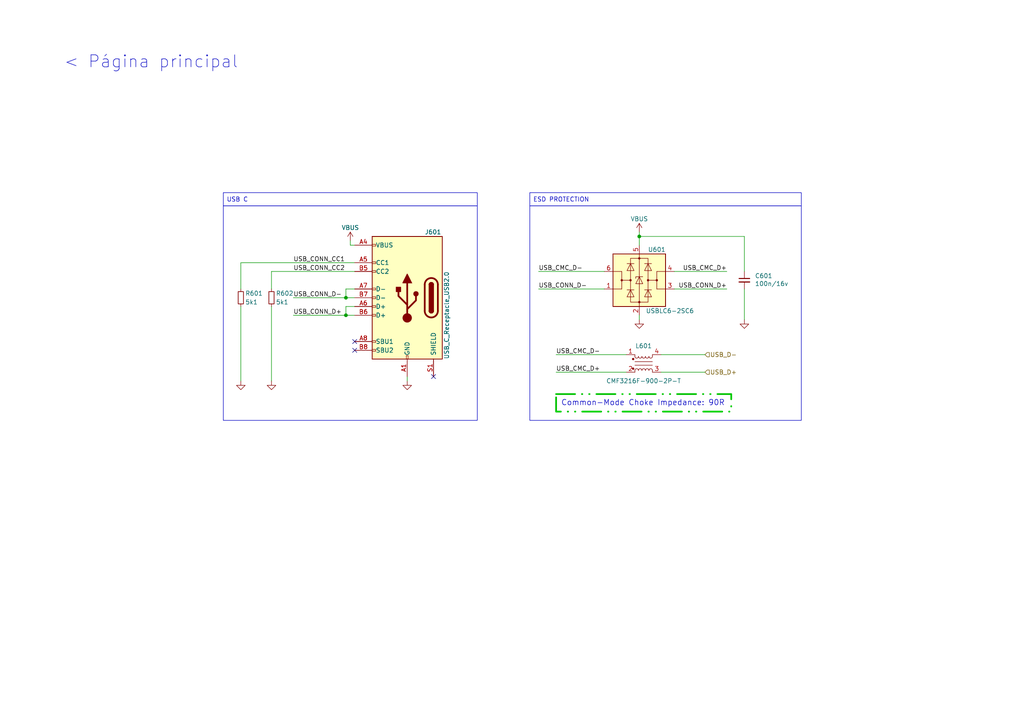
<source format=kicad_sch>
(kicad_sch (version 20250114) (generator "eeschema") (generator_version "9.0")
  (paper "A4")
  (title_block (title "Miced Signal demo board"))
  (lib_symbols
    (symbol "Connector:USB_C_Receptacle_USB2.0" (pin_names (offset 1.016))
      (property "Reference" "J" (at -10.16 19.05 0))
      (property "Value" "USB_C_Receptacle_USB2.0" (at 19.05 19.05 0))
      (symbol "USB_C_Receptacle_USB2.0_0_0"
        (rectangle (start -0.254 -17.78) (end 0.254 -16.764))
        (rectangle (start 10.16 15.494) (end 9.144 14.986))
        (rectangle (start 10.16 10.414) (end 9.144 9.906))
        (rectangle (start 10.16 7.874) (end 9.144 7.366))
        (rectangle (start 10.16 2.794) (end 9.144 2.286))
        (rectangle (start 10.16 0.254) (end 9.144 -0.254))
        (rectangle (start 10.16 -2.286) (end 9.144 -2.794))
        (rectangle (start 10.16 -4.826) (end 9.144 -5.334))
        (rectangle (start 10.16 -12.446) (end 9.144 -12.954))
        (rectangle (start 10.16 -14.986) (end 9.144 -15.494))
      )
      (symbol "USB_C_Receptacle_USB2.0_0_1"
        (rectangle (start -10.16 17.78) (end 10.16 -17.78) (stroke (width 0.254)) (fill (type background)))
        (polyline (pts (xy -8.89 -3.81) (xy -8.89 3.81)) (stroke (width 0.508)))
        (rectangle (start -7.62 -3.81) (end -6.35 3.81) (stroke (width 0.254)) (fill (type outline)))
        (arc (start -7.62 3.81) (mid -6.985 4.4422) (end -6.35 3.81) (stroke (width 0.254)))
        (arc (start -7.62 3.81) (mid -6.985 4.4422) (end -6.35 3.81) (stroke (width 0.254)) (fill (type outline)))
        (arc (start -8.89 3.81) (mid -6.985 5.7066) (end -5.08 3.81) (stroke (width 0.508)))
        (arc (start -5.08 -3.81) (mid -6.985 -5.7066) (end -8.89 -3.81) (stroke (width 0.508)))
        (arc (start -6.35 -3.81) (mid -6.985 -4.4422) (end -7.62 -3.81) (stroke (width 0.254)))
        (arc (start -6.35 -3.81) (mid -6.985 -4.4422) (end -7.62 -3.81) (stroke (width 0.254)) (fill (type outline)))
        (polyline (pts (xy -5.08 3.81) (xy -5.08 -3.81)) (stroke (width 0.508)))
        (circle (center -2.54 1.143) (radius 0.635) (stroke (width 0.254)) (fill (type outline)))
        (polyline (pts (xy -1.27 4.318) (xy 0 6.858) (xy 1.27 4.318) (xy -1.27 4.318)) (stroke (width 0.254)) (fill (type outline)))
        (polyline (pts (xy 0 -2.032) (xy 2.54 0.508) (xy 2.54 1.778)) (stroke (width 0.508)))
        (polyline (pts (xy 0 -3.302) (xy -2.54 -0.762) (xy -2.54 0.508)) (stroke (width 0.508)))
        (polyline (pts (xy 0 -5.842) (xy 0 4.318)) (stroke (width 0.508)))
        (circle (center 0 -5.842) (radius 1.27) (fill (type outline)))
        (rectangle (start 1.905 1.778) (end 3.175 3.048) (stroke (width 0.254)) (fill (type outline)))
      )
      (symbol "USB_C_Receptacle_USB2.0_1_1"
        (pin passive line (at -7.62 -22.86 90) (length 5.08) (name "SHIELD") (number "S1"))
        (pin passive line (at 0 -22.86 90) (length 5.08) (name "GND") (number "A1"))
        (pin passive line (at 0 -22.86 90) (length 5.08) (hide yes) (name "GND") (number "A12"))
        (pin passive line (at 0 -22.86 90) (length 5.08) (hide yes) (name "GND") (number "B1"))
        (pin passive line (at 0 -22.86 90) (length 5.08) (hide yes) (name "GND") (number "B12"))
        (pin passive line (at 15.24 15.24 180) (length 5.08) (name "VBUS") (number "A4"))
        (pin passive line (at 15.24 15.24 180) (length 5.08) (hide yes) (name "VBUS") (number "A9"))
        (pin passive line (at 15.24 15.24 180) (length 5.08) (hide yes) (name "VBUS") (number "B4"))
        (pin passive line (at 15.24 15.24 180) (length 5.08) (hide yes) (name "VBUS") (number "B9"))
        (pin bidirectional line (at 15.24 10.16 180) (length 5.08) (name "CC1") (number "A5"))
        (pin bidirectional line (at 15.24 7.62 180) (length 5.08) (name "CC2") (number "B5"))
        (pin bidirectional line (at 15.24 2.54 180) (length 5.08) (name "D-") (number "A7"))
        (pin bidirectional line (at 15.24 0 180) (length 5.08) (name "D-") (number "B7"))
        (pin bidirectional line (at 15.24 -2.54 180) (length 5.08) (name "D+") (number "A6"))
        (pin bidirectional line (at 15.24 -5.08 180) (length 5.08) (name "D+") (number "B6"))
        (pin bidirectional line (at 15.24 -12.7 180) (length 5.08) (name "SBU1") (number "A8"))
        (pin bidirectional line (at 15.24 -15.24 180) (length 5.08) (name "SBU2") (number "B8"))
      )
    )
    (symbol "Device:C_Small" (pin_numbers (hide yes)) (pin_names (offset 0.254) (hide yes))
      (property "Reference" "C" (at 0.254 1.778 0))
      (property "Value" "C_Small" (at 0.254 -2.032 0))
      (symbol "C_Small_0_1"
        (polyline (pts (xy -1.524 0.508) (xy 1.524 0.508)) (stroke (width 0.3048)))
        (polyline (pts (xy -1.524 -0.508) (xy 1.524 -0.508)) (stroke (width 0.3302)))
      )
      (symbol "C_Small_1_1"
        (pin passive line (at 0 2.54 270) (length 2.032) (name "~") (number "1"))
        (pin passive line (at 0 -2.54 90) (length 2.032) (name "~") (number "2"))
      )
    )
    (symbol "Device:EMI_Filter_LL_1423" (pin_names (hide yes))
      (property "Reference" "FL" (at 0 4.445 0))
      (property "Value" "Device_EMI_Filter_LL_1423" (at 0 -4.445 0))
      (symbol "EMI_Filter_LL_1423_0_1"
        (circle (center -3.048 1.524) (radius 0.254) (fill (type outline)))
        (circle (center -3.048 -1.27) (radius 0.254) (fill (type outline)))
        (polyline (pts (xy -2.54 2.032) (xy -2.54 2.54)))
        (polyline (pts (xy -2.54 0.508) (xy 2.54 0.508)))
        (polyline (pts (xy -2.54 -2.032) (xy -2.54 -2.54)))
        (arc (start -1.524 2.032) (mid -2.032 1.5262) (end -2.54 2.032))
        (arc (start -2.54 -2.032) (mid -2.032 -1.5262) (end -1.524 -2.032))
        (arc (start -0.508 2.032) (mid -1.016 1.5262) (end -1.524 2.032))
        (arc (start -1.524 -2.032) (mid -1.016 -1.5262) (end -0.508 -2.032))
        (arc (start 0.508 2.032) (mid 0 1.5262) (end -0.508 2.032))
        (arc (start -0.508 -2.032) (mid 0 -1.5262) (end 0.508 -2.032))
        (arc (start 1.524 2.032) (mid 1.016 1.5262) (end 0.508 2.032))
        (arc (start 0.508 -2.032) (mid 1.016 -1.5262) (end 1.524 -2.032))
        (arc (start 2.54 2.032) (mid 2.032 1.5262) (end 1.524 2.032))
        (arc (start 1.524 -2.032) (mid 2.032 -1.5262) (end 2.54 -2.032))
        (polyline (pts (xy 2.54 2.54) (xy 2.54 2.032)))
        (polyline (pts (xy 2.54 -0.508) (xy -2.54 -0.508)))
        (polyline (pts (xy 2.54 -2.032) (xy 2.54 -2.54)))
      )
      (symbol "EMI_Filter_LL_1423_1_1"
        (pin passive line (at -5.08 2.54 0) (length 2.54) (name "2") (number "2"))
        (pin passive line (at -5.08 -2.54 0) (length 2.54) (name "1") (number "1"))
        (pin passive line (at 5.08 2.54 180) (length 2.54) (name "3") (number "3"))
        (pin passive line (at 5.08 -2.54 180) (length 2.54) (name "4") (number "4"))
      )
    )
    (symbol "Device:R_Small" (pin_numbers (hide yes)) (pin_names (offset 0.254) (hide yes))
      (property "Reference" "R" (at 0.762 0.508 0))
      (property "Value" "R_Small" (at 0.762 -1.016 0))
      (symbol "R_Small_0_1"
        (rectangle (start -0.762 1.778) (end 0.762 -1.778) (stroke (width 0.2032)))
      )
      (symbol "R_Small_1_1"
        (pin passive line (at 0 2.54 270) (length 0.762) (name "~") (number "1"))
        (pin passive line (at 0 -2.54 90) (length 0.762) (name "~") (number "2"))
      )
    )
    (symbol "Power_Protection:USBLC6-2SC6" (pin_names (hide yes))
      (property "Reference" "U" (at 2.54 8.89 0))
      (property "Value" "USBLC6-2SC6" (at 2.54 -8.89 0))
      (symbol "USBLC6-2SC6_0_1"
        (rectangle (start -7.62 -7.62) (end 7.62 7.62) (stroke (width 0.254)) (fill (type background)))
        (polyline (pts (xy -5.08 2.54) (xy -7.62 2.54)))
        (circle (center -5.08 0) (radius 0.254) (fill (type outline)))
        (polyline (pts (xy -5.08 0) (xy -5.08 -2.54)))
        (polyline (pts (xy -5.08 -2.54) (xy -7.62 -2.54)))
        (polyline (pts (xy -3.556 2.794) (xy -1.524 2.794) (xy -2.54 4.826) (xy -3.556 2.794)))
        (polyline (pts (xy -3.556 -4.826) (xy -1.524 -4.826) (xy -2.54 -2.794) (xy -3.556 -4.826)))
        (rectangle (start -2.54 6.35) (end 2.54 -6.35))
        (circle (center -2.54 0) (radius 0.254) (fill (type outline)))
        (polyline (pts (xy -2.54 0) (xy -5.08 0) (xy -5.08 2.54)))
        (polyline (pts (xy -1.524 4.826) (xy -3.556 4.826)))
        (polyline (pts (xy -1.524 -2.794) (xy -3.556 -2.794)))
        (polyline (pts (xy -1.016 -1.016) (xy 1.016 -1.016) (xy 0 1.016) (xy -1.016 -1.016)))
        (circle (center 0 6.35) (radius 0.254) (fill (type outline)))
        (polyline (pts (xy 0 6.35) (xy 0 7.62)))
        (polyline (pts (xy 0 1.27) (xy 0 6.35)))
        (polyline (pts (xy 0 -6.35) (xy 0 1.27)))
        (circle (center 0 -6.35) (radius 0.254) (fill (type outline)))
        (polyline (pts (xy 0 -7.62) (xy 0 -6.35)))
        (polyline (pts (xy 1.016 1.016) (xy 0.762 1.016) (xy -1.016 1.016) (xy -1.016 0.508)))
        (polyline (pts (xy 1.524 4.826) (xy 3.556 4.826)))
        (polyline (pts (xy 1.524 -2.794) (xy 3.556 -2.794)))
        (polyline (pts (xy 2.54 0) (xy 5.08 0) (xy 5.08 2.54)))
        (circle (center 2.54 0) (radius 0.254) (fill (type outline)))
        (polyline (pts (xy 3.556 2.794) (xy 1.524 2.794) (xy 2.54 4.826) (xy 3.556 2.794)))
        (polyline (pts (xy 3.556 -4.826) (xy 1.524 -4.826) (xy 2.54 -2.794) (xy 3.556 -4.826)))
        (polyline (pts (xy 5.08 2.54) (xy 7.62 2.54)))
        (polyline (pts (xy 5.08 0) (xy 5.08 -2.54)))
        (circle (center 5.08 0) (radius 0.254) (fill (type outline)))
        (polyline (pts (xy 5.08 -2.54) (xy 7.62 -2.54)))
      )
      (symbol "USBLC6-2SC6_1_1"
        (pin passive line (at -10.16 2.54 0) (length 2.54) (name "I/O1") (number "6"))
        (pin passive line (at -10.16 -2.54 0) (length 2.54) (name "I/O1") (number "1"))
        (pin passive line (at 0 10.16 270) (length 2.54) (name "VBUS") (number "5"))
        (pin passive line (at 0 -10.16 90) (length 2.54) (name "GND") (number "2"))
        (pin passive line (at 10.16 2.54 180) (length 2.54) (name "I/O2") (number "4"))
        (pin passive line (at 10.16 -2.54 180) (length 2.54) (name "I/O2") (number "3"))
      )
    )
    (symbol "power:GND" (power) (pin_names (offset 0))
      (property "Value" "GND" (at 0 -3.81 0))
      (symbol "GND_0_1"
        (polyline (pts (xy 0 0) (xy 0 -1.27) (xy 1.27 -1.27) (xy 0 -2.54) (xy -1.27 -1.27) (xy 0 -1.27)))
      )
      (symbol "GND_1_1"
        (pin power_in line (at 0 0 270) (length 0) (hide yes) (name "GND") (number "1"))
      )
    )
    (symbol "power:VBUS" (power) (pin_names (offset 0))
      (property "Value" "VBUS" (at 0 3.81 0))
      (symbol "VBUS_0_1"
        (polyline (pts (xy -0.762 1.27) (xy 0 2.54)))
        (polyline (pts (xy 0 2.54) (xy 0.762 1.27)))
        (polyline (pts (xy 0 0) (xy 0 2.54)))
      )
      (symbol "VBUS_1_1"
        (pin power_in line (at 0 0 90) (length 0) (hide yes) (name "VBUS") (number "1"))
      )
    )
  )
  (rectangle (start 64.77 59.69) (end 138.43 121.92))
  (rectangle (start 153.67 59.69) (end 232.41 121.92))
  (text_box "Common-Mode Choke Impedance: 90R\n" (at 161.29 114.3 0) (size 50.8 5.08) (margins 1.45 1.45 1.45 1.45) (stroke (width 0.5) (type dash_dot_dot) (color 0 194 0 1)) (effects (font (size 1.6 1.6)) (justify left top)))
  (text_box "< Página principal" (at 12.7 12.7 0) (size 62.23 10.16) (margins 2.6249 2.6249 2.6249 2.6249) (stroke (width -0.0001)) (effects (font (size 3.5 3.5))))
  (text_box "ESD PROTECTION" (at 153.67 55.88 0) (size 78.74 3.81) (margins 0.9525 0.9525 0.9525 0.9525) (effects (font (size 1.27 1.27)) (justify left)))
  (text_box "USB C" (at 64.77 55.88 0) (size 73.66 3.81) (margins 0.9525 0.9525 0.9525 0.9525) (effects (font (size 1.27 1.27)) (justify left)))
  (junction (at 185.42 68.58))
  (junction (at 100.33 86.36))
  (junction (at 100.33 91.44))
  (no_connect (at 102.87 101.6))
  (no_connect (at 102.87 99.06))
  (no_connect (at 125.73 109.22))
  (wire (pts (xy 78.74 78.74) (xy 102.87 78.74)))
  (wire (pts (xy 85.09 86.36) (xy 100.33 86.36)))
  (wire (pts (xy 156.21 78.74) (xy 175.26 78.74)))
  (wire (pts (xy 78.74 88.9) (xy 78.74 110.49)))
  (wire (pts (xy 78.74 78.74) (xy 78.74 83.82)))
  (wire (pts (xy 100.33 86.36) (xy 100.33 83.82)))
  (wire (pts (xy 161.29 107.95) (xy 181.61 107.95)))
  (wire (pts (xy 185.42 67.31) (xy 185.42 68.58)))
  (wire (pts (xy 100.33 88.9) (xy 100.33 91.44)))
  (wire (pts (xy 156.21 83.82) (xy 175.26 83.82)))
  (wire (pts (xy 101.6 69.85) (xy 101.6 71.12)))
  (wire (pts (xy 185.42 68.58) (xy 185.42 71.12)))
  (wire (pts (xy 161.29 102.87) (xy 181.61 102.87)))
  (wire (pts (xy 100.33 83.82) (xy 102.87 83.82)))
  (wire (pts (xy 69.85 76.2) (xy 69.85 83.82)))
  (wire (pts (xy 102.87 88.9) (xy 100.33 88.9)))
  (wire (pts (xy 101.6 71.12) (xy 102.87 71.12)))
  (wire (pts (xy 118.11 110.49) (xy 118.11 109.22)))
  (wire (pts (xy 185.42 68.58) (xy 215.9 68.58)))
  (wire (pts (xy 102.87 86.36) (xy 100.33 86.36)))
  (wire (pts (xy 204.47 102.87) (xy 191.77 102.87)))
  (wire (pts (xy 100.33 91.44) (xy 102.87 91.44)))
  (wire (pts (xy 210.82 83.82) (xy 195.58 83.82)))
  (wire (pts (xy 69.85 76.2) (xy 102.87 76.2)))
  (wire (pts (xy 204.47 107.95) (xy 191.77 107.95)))
  (wire (pts (xy 215.9 83.82) (xy 215.9 92.71)))
  (wire (pts (xy 210.82 78.74) (xy 195.58 78.74)))
  (wire (pts (xy 69.85 88.9) (xy 69.85 110.49)))
  (wire (pts (xy 215.9 68.58) (xy 215.9 78.74)))
  (wire (pts (xy 185.42 92.71) (xy 185.42 91.44)))
  (wire (pts (xy 100.33 91.44) (xy 85.09 91.44)))
  (label "USB_CMC_D-" (at 156.21 78.74 0))
  (label "USB_CONN_D+" (at 210.82 83.82 180))
  (label "USB_CMC_D+" (at 161.29 107.95 0))
  (label "USB_CONN_CC2" (at 85.09 78.74 0))
  (label "USB_CONN_D-" (at 156.21 83.82 0))
  (label "USB_CMC_D-" (at 161.29 102.87 0))
  (label "USB_CONN_D+" (at 85.09 91.44 0))
  (label "USB_CONN_D-" (at 85.09 86.36 0))
  (label "USB_CONN_CC1" (at 85.09 76.2 0))
  (label "USB_CMC_D+" (at 210.82 78.74 180))
  (hierarchical_label "USB_D+" (shape input) (at 204.47 107.95 0))
  (hierarchical_label "USB_D-" (shape input) (at 204.47 102.87 0))
  (symbol (lib_id "Device:R_Small") (at 69.85 86.36 0) (unit 1)
    (property "Reference" "R601" (at 71.12 85.09 0) (effects (justify left)))
    (property "Value" "5k1" (at 71.12 87.63 0) (effects (justify left)))
    (property "Footprint" "Resistor_SMD:R_0402_1005Metric" (effects (hide yes)))
    (property "Description" "Resistor, small symbol" (effects (hide yes)))
  )
  (symbol (lib_id "power:VBUS") (at 185.42 67.31 0) (mirror y) (unit 1)
    (property "Reference" "#PWR0605" (effects (hide yes)))
    (property "Value" "VBUS" (at 185.42 63.5 0))
  )
  (symbol (lib_id "power:VBUS") (at 101.6 69.85 0) (unit 1)
    (property "Reference" "#PWR0603" (effects (hide yes)))
    (property "Value" "VBUS" (at 101.6 66.04 0))
  )
  (symbol (lib_id "Device:C_Small") (at 215.9 81.28 0) (mirror y) (unit 1)
    (property "Reference" "C601" (at 218.948 80.01 0) (effects (justify right)))
    (property "Value" "100n/16v" (at 218.948 82.296 0) (effects (justify right)))
    (property "Footprint" "Capacitor_SMD:C_0402_1005Metric_Pad0.74x0.62mm_HandSolder" (effects (hide yes)))
    (property "Datasheet" "https://search.murata.co.jp/Ceramy/image/img/A01X/G101/ENG/GRM155R71C104KA88-01.pdf" (effects (hide yes)))
    (property "Description" "X7R 10%" (effects (hide yes)))
    (property "MANF_NAME" "Murata" (effects (hide yes)))
    (property "PART_NUMBER" "GRM155R71C104KA88J" (effects (hide yes)))
    (property "Provider" "https://www.digikey.es/es/products/detail/murata-electronics/GRM155R71C104KA88J/2610892" (effects (hide yes)))
  )
  (symbol (lib_id "power:GND") (at 185.42 92.71 0) (mirror y) (unit 1)
    (property "Reference" "#PWR0606" (effects (hide yes)))
    (property "Value" "GND" (effects (hide yes)))
  )
  (symbol (lib_id "power:GND") (at 69.85 110.49 0) (mirror y) (unit 1)
    (property "Reference" "#PWR0601" (effects (hide yes)))
    (property "Value" "GND" (effects (hide yes)))
  )
  (symbol (lib_id "power:GND") (at 78.74 110.49 0) (mirror y) (unit 1)
    (property "Reference" "#PWR0602" (effects (hide yes)))
    (property "Value" "GND" (effects (hide yes)))
  )
  (symbol (lib_id "power:GND") (at 215.9 92.71 0) (mirror y) (unit 1)
    (property "Reference" "#PWR0607" (effects (hide yes)))
    (property "Value" "GND" (effects (hide yes)))
  )
  (symbol (lib_id "power:GND") (at 118.11 110.49 0) (mirror y) (unit 1)
    (property "Reference" "#PWR0604" (effects (hide yes)))
    (property "Value" "GND" (effects (hide yes)))
  )
  (symbol (lib_id "Device:R_Small") (at 78.74 86.36 0) (unit 1)
    (property "Reference" "R602" (at 80.01 85.09 0) (effects (justify left)))
    (property "Value" "5k1" (at 80.01 87.63 0) (effects (justify left)))
    (property "Footprint" "Resistor_SMD:R_0402_1005Metric" (effects (hide yes)))
    (property "Description" "Resistor, small symbol" (effects (hide yes)))
  )
  (symbol (lib_id "Power_Protection:USBLC6-2SC6") (at 185.42 81.28 0) (unit 1)
    (property "Reference" "U601" (at 190.5 72.39 0))
    (property "Value" "USBLC6-2SC6" (at 194.31 90.17 0))
    (property "Footprint" "Package_TO_SOT_SMD:SOT-23-6" (effects (hide yes)))
    (property "Datasheet" "https://www.st.com/resource/en/datasheet/usblc6-2.pdf" (effects (hide yes)))
  )
  (symbol (lib_id "Connector:USB_C_Receptacle_USB2.0") (at 118.11 86.36 0) (mirror y) (unit 1)
    (property "Reference" "J601" (at 123.19 67.31 0) (effects (justify right)))
    (property "Value" "USB_C_Receptacle_USB2.0" (at 129.54 78.74 90) (effects (justify right)))
    (property "Footprint" "Connector_USB:USB_C_Receptacle_HRO_TYPE-C-31-M-12" (effects (hide yes)))
    (property "Datasheet" "https://www.usb.org/sites/default/files/documents/usb_type-c.zip" (effects (hide yes)))
  )
  (symbol (lib_id "Device:EMI_Filter_LL_1423") (at 186.69 105.41 0) (mirror x) (unit 1)
    (property "Reference" "L601" (at 186.69 100.33 0))
    (property "Value" "CMF3216F-900-2P-T" (at 186.69 110.49 0))
    (property "Footprint" "basic_proyect:CMF3216F" (effects (hide yes)))
  )
)
</source>
